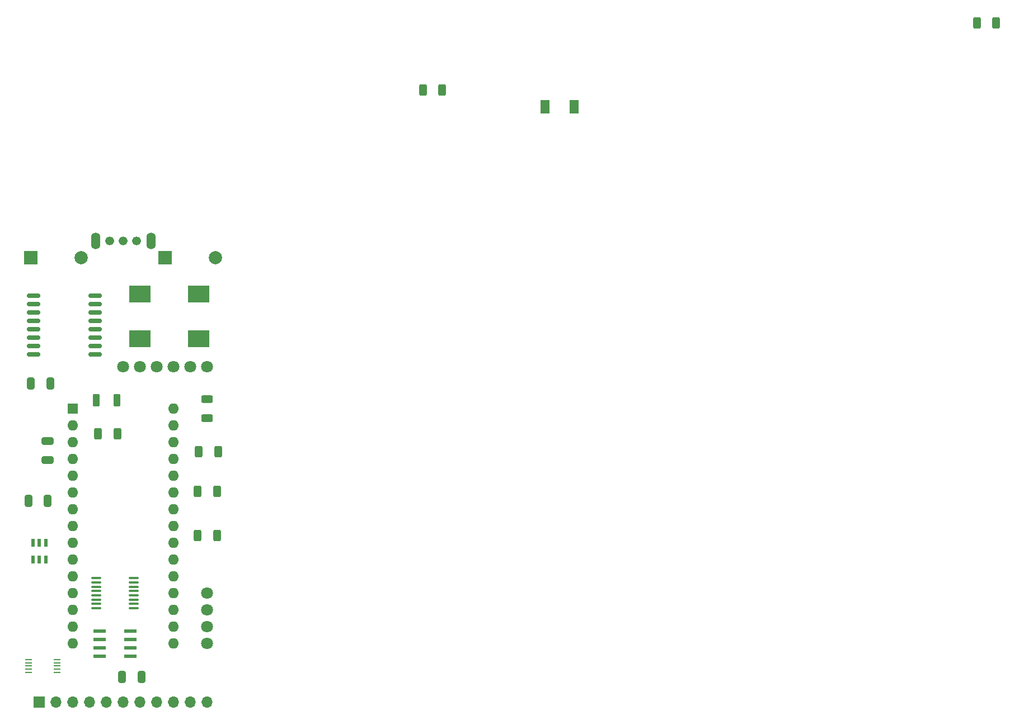
<source format=gbr>
%TF.GenerationSoftware,KiCad,Pcbnew,7.0.1*%
%TF.CreationDate,2023-04-07T11:41:16-04:00*%
%TF.ProjectId,smart penetrometer update,736d6172-7420-4706-956e-6574726f6d65,rev?*%
%TF.SameCoordinates,Original*%
%TF.FileFunction,Soldermask,Top*%
%TF.FilePolarity,Negative*%
%FSLAX46Y46*%
G04 Gerber Fmt 4.6, Leading zero omitted, Abs format (unit mm)*
G04 Created by KiCad (PCBNEW 7.0.1) date 2023-04-07 11:41:16*
%MOMM*%
%LPD*%
G01*
G04 APERTURE LIST*
G04 Aperture macros list*
%AMRoundRect*
0 Rectangle with rounded corners*
0 $1 Rounding radius*
0 $2 $3 $4 $5 $6 $7 $8 $9 X,Y pos of 4 corners*
0 Add a 4 corners polygon primitive as box body*
4,1,4,$2,$3,$4,$5,$6,$7,$8,$9,$2,$3,0*
0 Add four circle primitives for the rounded corners*
1,1,$1+$1,$2,$3*
1,1,$1+$1,$4,$5*
1,1,$1+$1,$6,$7*
1,1,$1+$1,$8,$9*
0 Add four rect primitives between the rounded corners*
20,1,$1+$1,$2,$3,$4,$5,0*
20,1,$1+$1,$4,$5,$6,$7,0*
20,1,$1+$1,$6,$7,$8,$9,0*
20,1,$1+$1,$8,$9,$2,$3,0*%
G04 Aperture macros list end*
%ADD10R,1.600000X1.600000*%
%ADD11O,1.600000X1.600000*%
%ADD12R,3.300000X2.500000*%
%ADD13R,1.700000X1.700000*%
%ADD14O,1.700000X1.700000*%
%ADD15RoundRect,0.250000X0.625000X-0.312500X0.625000X0.312500X-0.625000X0.312500X-0.625000X-0.312500X0*%
%ADD16RoundRect,0.250000X0.312500X0.625000X-0.312500X0.625000X-0.312500X-0.625000X0.312500X-0.625000X0*%
%ADD17RoundRect,0.150000X-0.875000X-0.150000X0.875000X-0.150000X0.875000X0.150000X-0.875000X0.150000X0*%
%ADD18R,1.100000X0.250000*%
%ADD19C,1.324000*%
%ADD20O,1.424000X2.524000*%
%ADD21C,2.000000*%
%ADD22R,2.000000X2.000000*%
%ADD23RoundRect,0.250000X-0.325000X-0.650000X0.325000X-0.650000X0.325000X0.650000X-0.325000X0.650000X0*%
%ADD24R,0.550000X1.200000*%
%ADD25RoundRect,0.250000X0.650000X-0.325000X0.650000X0.325000X-0.650000X0.325000X-0.650000X-0.325000X0*%
%ADD26R,1.400000X2.100000*%
%ADD27RoundRect,0.250000X-0.275000X-0.700000X0.275000X-0.700000X0.275000X0.700000X-0.275000X0.700000X0*%
%ADD28RoundRect,0.250000X-0.312500X-0.625000X0.312500X-0.625000X0.312500X0.625000X-0.312500X0.625000X0*%
%ADD29RoundRect,0.100000X-0.637500X-0.100000X0.637500X-0.100000X0.637500X0.100000X-0.637500X0.100000X0*%
%ADD30R,1.981200X0.558800*%
%ADD31C,1.800000*%
G04 APERTURE END LIST*
D10*
%TO.C,A2*%
X118110000Y-104140000D03*
D11*
X118110000Y-106680000D03*
X118110000Y-109220000D03*
X118110000Y-111760000D03*
X118110000Y-114300000D03*
X118110000Y-116840000D03*
X118110000Y-119380000D03*
X118110000Y-121920000D03*
X118110000Y-124460000D03*
X118110000Y-127000000D03*
X118110000Y-129540000D03*
X118110000Y-132080000D03*
X118110000Y-134620000D03*
X118110000Y-137160000D03*
X118110000Y-139700000D03*
X133350000Y-139700000D03*
X133350000Y-137160000D03*
X133350000Y-134620000D03*
X133350000Y-132080000D03*
X133350000Y-129540000D03*
X133350000Y-127000000D03*
X133350000Y-124460000D03*
X133350000Y-121920000D03*
X133350000Y-119380000D03*
X133350000Y-116840000D03*
X133350000Y-114300000D03*
X133350000Y-111760000D03*
X133350000Y-109220000D03*
X133350000Y-106680000D03*
X133350000Y-104140000D03*
%TD*%
D12*
%TO.C,D2*%
X128270000Y-86770000D03*
X128270000Y-93570000D03*
%TD*%
%TO.C,D3*%
X137160000Y-86770000D03*
X137160000Y-93570000D03*
%TD*%
D13*
%TO.C,J2*%
X113030000Y-148590000D03*
D14*
X115570000Y-148590000D03*
X118110000Y-148590000D03*
X120650000Y-148590000D03*
X123190000Y-148590000D03*
X125730000Y-148590000D03*
X128270000Y-148590000D03*
X130810000Y-148590000D03*
X133350000Y-148590000D03*
X135890000Y-148590000D03*
X138430000Y-148590000D03*
%TD*%
D15*
%TO.C,R5*%
X138430000Y-105602500D03*
X138430000Y-102677500D03*
%TD*%
D16*
%TO.C,R6*%
X140085000Y-110682500D03*
X137160000Y-110682500D03*
%TD*%
D17*
%TO.C,U2*%
X112190000Y-86995000D03*
X112190000Y-88265000D03*
X112190000Y-89535000D03*
X112190000Y-90805000D03*
X112190000Y-92075000D03*
X112190000Y-93345000D03*
X112190000Y-94615000D03*
X112190000Y-95885000D03*
X121490000Y-95885000D03*
X121490000Y-94615000D03*
X121490000Y-93345000D03*
X121490000Y-92075000D03*
X121490000Y-90805000D03*
X121490000Y-89535000D03*
X121490000Y-88265000D03*
X121490000Y-86995000D03*
%TD*%
D18*
%TO.C,U5*%
X111380000Y-142120000D03*
X111380000Y-142620000D03*
X111380000Y-143120000D03*
X111380000Y-143620000D03*
X111380000Y-144120000D03*
X115680000Y-144120000D03*
X115680000Y-143620000D03*
X115680000Y-143120000D03*
X115680000Y-142620000D03*
X115680000Y-142120000D03*
%TD*%
D19*
%TO.C,J1*%
X127762000Y-78740000D03*
X125730000Y-78740000D03*
X123698000Y-78740000D03*
D20*
X129921000Y-78740000D03*
X121539000Y-78740000D03*
%TD*%
D21*
%TO.C,U7*%
X119380000Y-81280000D03*
D22*
X111760000Y-81280000D03*
%TD*%
D21*
%TO.C,U3*%
X139700000Y-81280000D03*
D22*
X132080000Y-81280000D03*
%TD*%
D23*
%TO.C,C12*%
X111350000Y-118110000D03*
X114300000Y-118110000D03*
%TD*%
D16*
%TO.C,R10*%
X139892500Y-123382500D03*
X136967500Y-123382500D03*
%TD*%
D24*
%TO.C,U11*%
X112080000Y-127030000D03*
X113030000Y-127030000D03*
X113980000Y-127030000D03*
X113980000Y-124430000D03*
X113030000Y-124430000D03*
X112080000Y-124430000D03*
%TD*%
D16*
%TO.C,R9*%
X139892500Y-116647500D03*
X136967500Y-116647500D03*
%TD*%
D23*
%TO.C,C6*%
X111760000Y-100330000D03*
X114710000Y-100330000D03*
%TD*%
D25*
%TO.C,C7*%
X114300000Y-111965000D03*
X114300000Y-109015000D03*
%TD*%
D23*
%TO.C,C10*%
X125525000Y-144780000D03*
X128475000Y-144780000D03*
%TD*%
D26*
%TO.C,D4*%
X189570000Y-58420000D03*
X193970000Y-58420000D03*
%TD*%
D27*
%TO.C,L1*%
X121615000Y-102870000D03*
X124765000Y-102870000D03*
%TD*%
D28*
%TO.C,R2*%
X171065000Y-55880000D03*
X173990000Y-55880000D03*
%TD*%
%TO.C,R3*%
X121920000Y-107950000D03*
X124845000Y-107950000D03*
%TD*%
%TO.C,R4*%
X254885000Y-45720000D03*
X257810000Y-45720000D03*
%TD*%
D29*
%TO.C,U8*%
X121597500Y-129805000D03*
X121597500Y-130455000D03*
X121597500Y-131105000D03*
X121597500Y-131755000D03*
X121597500Y-132405000D03*
X121597500Y-133055000D03*
X121597500Y-133705000D03*
X121597500Y-134355000D03*
X127322500Y-134355000D03*
X127322500Y-133705000D03*
X127322500Y-133055000D03*
X127322500Y-132405000D03*
X127322500Y-131755000D03*
X127322500Y-131105000D03*
X127322500Y-130455000D03*
X127322500Y-129805000D03*
%TD*%
D30*
%TO.C,U9*%
X122097800Y-137795000D03*
X122097800Y-139065000D03*
X122097800Y-140335000D03*
X122097800Y-141605000D03*
X126822200Y-141605000D03*
X126822200Y-140335000D03*
X126822200Y-139065000D03*
X126822200Y-137795000D03*
%TD*%
D31*
%TO.C,A1*%
X125730000Y-97790000D03*
X128270000Y-97790000D03*
X130810000Y-97790000D03*
X133350000Y-97790000D03*
X135890000Y-97790000D03*
X138430000Y-97790000D03*
%TD*%
%TO.C,U4*%
X138430000Y-134620000D03*
X138430000Y-137160000D03*
X138430000Y-139700000D03*
X138430000Y-132080000D03*
%TD*%
M02*

</source>
